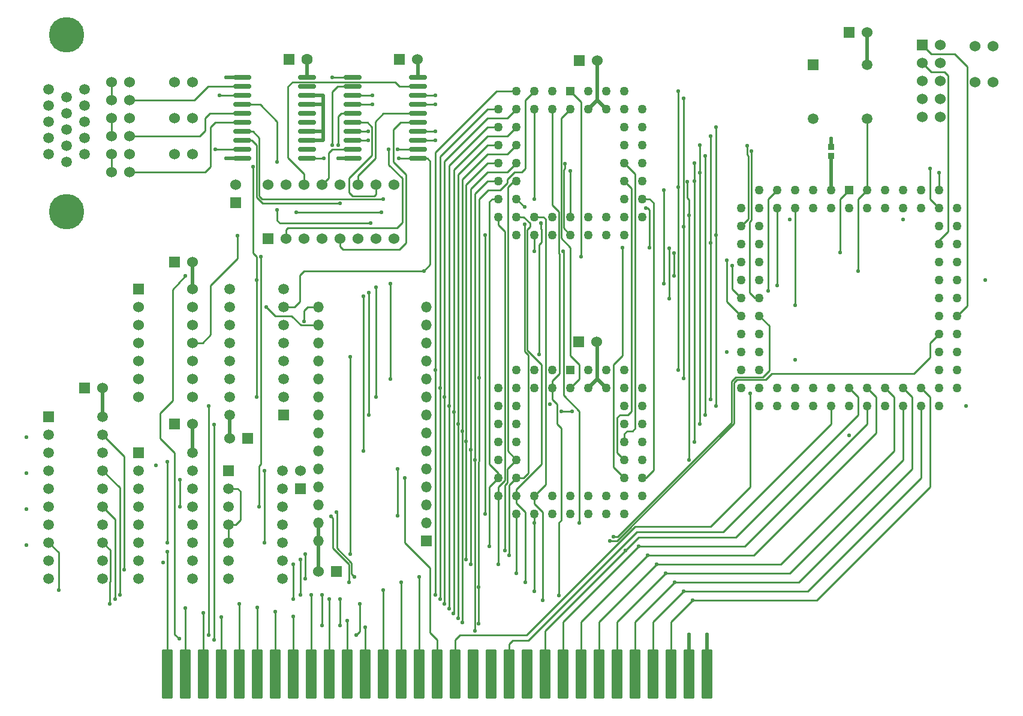
<source format=gtl>
G04 Layer_Physical_Order=1*
G04 Layer_Color=25308*
%FSAX24Y24*%
%MOIN*%
G70*
G01*
G75*
%ADD10R,0.0380X0.0335*%
%ADD11O,0.1024X0.0276*%
G04:AMPARAMS|DCode=12|XSize=60mil|YSize=275mil|CornerRadius=6mil|HoleSize=0mil|Usage=FLASHONLY|Rotation=0.000|XOffset=0mil|YOffset=0mil|HoleType=Round|Shape=RoundedRectangle|*
%AMROUNDEDRECTD12*
21,1,0.0600,0.2630,0,0,0.0*
21,1,0.0480,0.2750,0,0,0.0*
1,1,0.0120,0.0240,-0.1315*
1,1,0.0120,-0.0240,-0.1315*
1,1,0.0120,-0.0240,0.1315*
1,1,0.0120,0.0240,0.1315*
%
%ADD12ROUNDEDRECTD12*%
%ADD13C,0.0100*%
%ADD14C,0.0200*%
%ADD15C,0.0600*%
%ADD16R,0.0600X0.0600*%
%ADD17R,0.0600X0.0600*%
%ADD18C,0.0500*%
%ADD19R,0.0500X0.0500*%
%ADD20O,0.0591X0.0591*%
%ADD21R,0.0591X0.0591*%
%ADD22R,0.0591X0.0591*%
%ADD23C,0.0591*%
%ADD24C,0.0630*%
%ADD25C,0.1969*%
%ADD26C,0.0220*%
D10*
X052000Y039894D02*
D03*
Y040406D02*
D03*
D11*
X025389Y044250D02*
D03*
Y043750D02*
D03*
Y043250D02*
D03*
Y042750D02*
D03*
Y042250D02*
D03*
Y041750D02*
D03*
Y041250D02*
D03*
Y040750D02*
D03*
Y040250D02*
D03*
Y039750D02*
D03*
X029011Y044250D02*
D03*
Y043750D02*
D03*
Y043250D02*
D03*
Y042750D02*
D03*
Y042250D02*
D03*
Y041750D02*
D03*
Y041250D02*
D03*
Y040750D02*
D03*
Y040250D02*
D03*
Y039750D02*
D03*
X019239Y044250D02*
D03*
Y043750D02*
D03*
Y043250D02*
D03*
Y042750D02*
D03*
Y042250D02*
D03*
Y041750D02*
D03*
Y041250D02*
D03*
Y040750D02*
D03*
Y040250D02*
D03*
Y039750D02*
D03*
X022861Y044250D02*
D03*
Y043750D02*
D03*
Y043250D02*
D03*
Y042750D02*
D03*
Y042250D02*
D03*
Y041750D02*
D03*
Y041250D02*
D03*
Y040750D02*
D03*
Y040250D02*
D03*
Y039750D02*
D03*
D12*
X015100Y011100D02*
D03*
X016100D02*
D03*
X017100D02*
D03*
X018100D02*
D03*
X019100D02*
D03*
X020100D02*
D03*
X021100D02*
D03*
X022100D02*
D03*
X023100D02*
D03*
X024100D02*
D03*
X025100D02*
D03*
X026100D02*
D03*
X027100D02*
D03*
X028100D02*
D03*
X029100D02*
D03*
X030100D02*
D03*
X031100D02*
D03*
X032100D02*
D03*
X033100D02*
D03*
X034100D02*
D03*
X035100D02*
D03*
X036100D02*
D03*
X037100D02*
D03*
X038100D02*
D03*
X039100D02*
D03*
X040100D02*
D03*
X041100D02*
D03*
X042100D02*
D03*
X043100D02*
D03*
X044100D02*
D03*
X045100D02*
D03*
D13*
X032190Y013490D02*
Y022990D01*
X032200Y023000D01*
X025790Y013440D02*
Y014990D01*
X025600Y013250D02*
X025790Y013440D01*
X020500Y021500D02*
Y022400D01*
Y018400D02*
Y020300D01*
X036110Y021610D02*
Y036390D01*
X037500Y028800D02*
X038000Y028300D01*
Y027500D02*
Y028300D01*
X037500Y027000D02*
X038000Y027500D01*
X036900Y027800D02*
Y034430D01*
X036500Y027400D02*
X036900Y027800D01*
X036500Y027000D02*
Y027400D01*
X036750Y025000D02*
Y026100D01*
X036500Y026350D02*
X036750Y026100D01*
X036500Y026350D02*
Y027000D01*
X035900Y035100D02*
Y035800D01*
X035850Y035850D02*
X035900Y035800D01*
X035850Y035850D02*
Y036150D01*
X035500Y037500D02*
Y042500D01*
X035850Y036150D02*
X035900Y036100D01*
X035750Y034950D02*
X035900Y035100D01*
X035750Y028850D02*
Y034950D01*
X035100Y029100D02*
X035900Y028300D01*
X011500Y018400D02*
X011905Y017995D01*
Y016227D02*
Y017995D01*
X022900Y031500D02*
X023500D01*
X022700Y031300D02*
X022900Y031500D01*
X022700Y030700D02*
Y031300D01*
X054500Y024500D02*
Y026500D01*
X047700Y017700D02*
X054500Y024500D01*
X041800Y017700D02*
X047700D01*
X054000Y025000D02*
Y026000D01*
X047200Y018200D02*
X054000Y025000D01*
X041300Y018200D02*
X047200D01*
X047500Y021500D02*
Y026700D01*
X045300Y019300D02*
X047500Y021500D01*
X041100Y019300D02*
X045300D01*
X052000Y025000D02*
Y026000D01*
X046000Y019000D02*
X052000Y025000D01*
X041200Y019000D02*
X046000D01*
X053500Y025500D02*
Y026500D01*
X046700Y018700D02*
X053500Y025500D01*
X041300Y018700D02*
X046700D01*
X057500Y021500D02*
Y026500D01*
X051200Y015200D02*
X057500Y021500D01*
X044300Y015200D02*
X051200D01*
X057000Y022000D02*
Y026000D01*
X050700Y015700D02*
X057000Y022000D01*
X043800Y015700D02*
X050700D01*
X056500Y022500D02*
Y026500D01*
X050200Y016200D02*
X056500Y022500D01*
X043300Y016200D02*
X050200D01*
X056000Y023000D02*
Y026000D01*
X049700Y016700D02*
X056000Y023000D01*
X042800Y016700D02*
X049700D01*
X055500Y023500D02*
Y026500D01*
X049200Y017200D02*
X055500Y023500D01*
X042300Y017200D02*
X049200D01*
X035050Y013250D02*
X041100Y019300D01*
X053000Y027000D02*
X053500Y026500D01*
X020500Y020300D02*
Y020400D01*
Y020500D02*
Y021300D01*
Y020400D02*
Y020500D01*
Y021400D02*
Y021500D01*
Y021300D02*
Y021400D01*
X012700Y016900D02*
Y023200D01*
X011500Y024400D02*
X012700Y023200D01*
X012200Y015250D02*
Y019700D01*
X011500Y020400D02*
X012200Y019700D01*
X031350Y013250D02*
X035050D01*
X031100Y013000D02*
X031350Y013250D01*
X034300Y012950D02*
X035150D01*
X034100Y012750D02*
X034300Y012950D01*
X034100Y011100D02*
Y012750D01*
X031100Y011100D02*
Y013000D01*
X030100Y011100D02*
Y013000D01*
X029700Y013400D02*
X030100Y013000D01*
X029700Y013400D02*
Y017000D01*
X035150Y012950D02*
X041200Y019000D01*
X043000Y031950D02*
Y034750D01*
X026000Y023500D02*
Y032100D01*
X026700Y026500D02*
Y032590D01*
X026300Y025500D02*
Y032300D01*
X037000Y019650D02*
Y024750D01*
X036850Y019500D02*
X037000Y019650D01*
X036850Y015450D02*
Y019500D01*
X027100Y011100D02*
Y015750D01*
X035500Y015700D02*
Y019500D01*
X017400Y013250D02*
Y026000D01*
X028300Y018400D02*
Y022000D01*
X017700Y013000D02*
Y024970D01*
X024300Y018100D02*
Y019750D01*
X024193Y019857D02*
X024300Y019750D01*
X024510Y018081D02*
Y020090D01*
X024500Y020100D02*
X024510Y020090D01*
X015500Y013300D02*
Y023400D01*
Y013300D02*
X015750Y013050D01*
X018100Y011100D02*
Y014250D01*
X017100Y011100D02*
Y014500D01*
X016100Y011100D02*
Y014750D01*
X011900Y015000D02*
Y016222D01*
X024700Y013800D02*
Y015250D01*
X023700Y013800D02*
Y015500D01*
X025100Y011100D02*
Y014050D01*
X022100Y011100D02*
Y014300D01*
X021100Y011100D02*
Y014550D01*
X020100Y011100D02*
Y014790D01*
X019100Y011100D02*
Y015000D01*
X024100Y011100D02*
Y015250D01*
X012450Y015500D02*
Y021450D01*
X023100Y011100D02*
Y015500D01*
X032400Y013880D02*
Y022903D01*
X018900Y019400D02*
X019150Y019650D01*
Y021250D01*
X019000Y021400D02*
X019150Y021250D01*
X020200Y020400D02*
Y022650D01*
X020300Y022750D02*
Y034300D01*
X020200Y022650D02*
X020300Y022750D01*
X020341Y037500D02*
X027100D01*
X020200Y037641D02*
X020341Y037500D01*
X020200Y037641D02*
Y040900D01*
X044000Y037550D02*
Y038450D01*
Y037550D02*
X044100Y037450D01*
X043780Y035970D02*
Y043100D01*
X034950Y029024D02*
X035140Y028834D01*
X034950Y029024D02*
Y036100D01*
X033860Y021851D02*
Y035690D01*
X033500Y036050D02*
X033860Y035690D01*
X033500Y036050D02*
Y036500D01*
X037200Y039200D02*
Y039450D01*
X037125Y039125D02*
X037200Y039200D01*
X037125Y035875D02*
Y039125D01*
X041900Y034800D02*
Y036900D01*
Y037500D02*
X042110Y037290D01*
X041700Y022000D02*
X042110Y022410D01*
Y037290D01*
X041800Y037000D02*
X041900Y036900D01*
X041500Y037500D02*
X041900D01*
X041500Y022000D02*
X041700D01*
X052480Y034520D02*
Y037480D01*
X037100Y034600D02*
X037110Y034590D01*
X043250Y033220D02*
Y034500D01*
X020050Y026500D02*
Y033000D01*
Y034300D01*
X027500Y027500D02*
Y032800D01*
X042700D02*
Y038000D01*
X025389Y040750D02*
X026250D01*
X025389Y041250D02*
X026250D01*
X026215Y041750D02*
X026460Y041505D01*
X025200Y038650D02*
X026460Y039910D01*
Y041505D01*
X025389Y042750D02*
X026500D01*
X025389Y043250D02*
X026500D01*
X047000Y036000D02*
X047400Y036400D01*
X047335Y039950D02*
Y040450D01*
Y039950D02*
X047400Y039885D01*
Y036400D02*
Y039885D01*
X037125Y035875D02*
X037500Y035500D01*
X036990Y035310D02*
X037500Y034800D01*
X036990Y035310D02*
Y041990D01*
X036500Y037150D02*
X036855Y036795D01*
X036500Y037150D02*
Y042500D01*
X035250Y035950D02*
Y036150D01*
X034900Y036500D02*
X035250Y036150D01*
X034500Y036500D02*
X034900D01*
X035100Y035800D02*
X035250Y035950D01*
X035140Y022240D02*
Y028834D01*
X035100Y029100D02*
Y035800D01*
X050000Y031600D02*
Y037000D01*
X049000Y032700D02*
Y037000D01*
X040650Y024600D02*
X040950D01*
X040500Y024450D02*
X040650Y024600D01*
X040500Y024000D02*
Y024450D01*
X040950Y024600D02*
X041100Y024750D01*
X040250Y025500D02*
X040700D01*
X040900Y025700D01*
X040100Y025350D02*
X040250Y025500D01*
X040100Y023400D02*
Y025350D01*
Y023400D02*
X040500Y023000D01*
X029011Y041250D02*
X030000D01*
X031490Y024600D02*
Y038590D01*
Y013950D02*
Y024600D01*
X021350Y036150D02*
X026400D01*
X021200Y039550D02*
Y041800D01*
X020400Y037250D02*
X024700D01*
X021200Y036300D02*
Y036900D01*
Y036300D02*
X021350Y036150D01*
X025200Y037850D02*
Y038650D01*
Y037850D02*
X025400Y037650D01*
X024600Y040500D02*
Y042100D01*
X024750Y042250D01*
X025389D01*
X021800Y035900D02*
X027850D01*
X022250Y036750D02*
X027000D01*
X045300Y035050D02*
Y041000D01*
Y026350D02*
Y035050D01*
X045000Y025500D02*
Y039900D01*
X044700Y025000D02*
Y038950D01*
X044400Y024000D02*
Y039500D01*
X044100Y023000D02*
Y036600D01*
X043780Y027520D02*
Y035950D01*
X043500Y028000D02*
Y038150D01*
X031010Y039110D02*
X032900Y041000D01*
X031010Y025640D02*
Y039110D01*
X034500Y021350D02*
X035900Y022750D01*
X034500Y021000D02*
Y021350D01*
X035900Y022750D02*
Y028300D01*
X029700Y033850D02*
Y039600D01*
X029350Y033500D02*
X029700Y033850D01*
X022700Y033500D02*
X029350D01*
X045600Y035500D02*
Y041500D01*
Y026000D02*
Y035500D01*
X057050Y045050D02*
X057550Y044550D01*
X058300D01*
X058500Y044350D01*
Y035700D02*
Y044350D01*
X047560Y036334D02*
Y040140D01*
X047550Y040150D02*
X047560Y040140D01*
X054000Y038000D02*
Y041950D01*
X043500Y038150D02*
Y043500D01*
X043100Y014000D02*
X044300Y015200D01*
X035000Y016200D02*
Y020100D01*
X034500Y016700D02*
Y020000D01*
X033500Y017200D02*
Y021000D01*
X040550Y017950D02*
X041300Y018700D01*
X036100Y013500D02*
X040550Y017950D01*
X034100Y017700D02*
Y021600D01*
X033000Y018200D02*
Y021500D01*
X037100Y014000D02*
X041300Y018200D01*
X037100Y011100D02*
Y014000D01*
X038100D02*
X041800Y017700D01*
X038100Y011100D02*
Y014000D01*
X039100D02*
X042300Y017200D01*
X039100Y011100D02*
Y014000D01*
X040100D02*
X042800Y016700D01*
X040100Y011100D02*
Y014000D01*
X041100D02*
X043300Y016200D01*
X041100Y011100D02*
Y014000D01*
X042100D02*
X043800Y015700D01*
X042100Y011100D02*
Y014000D01*
X043100Y011100D02*
Y014000D01*
X035950Y015200D02*
Y020100D01*
X021550Y031500D02*
X022150D01*
X022450Y031800D01*
Y033250D01*
X022700Y033500D01*
X029550Y039750D02*
X029700Y039600D01*
X029011Y039750D02*
X029550D01*
X027950D02*
X029011D01*
X022861D02*
X023800D01*
X041100Y024750D02*
Y038900D01*
X040400Y028800D02*
Y034800D01*
X037500Y028800D02*
Y034800D01*
X048500Y032400D02*
Y037500D01*
X049000Y038000D01*
X046200Y031800D02*
Y034100D01*
Y031800D02*
X047000Y031000D01*
X046500Y032500D02*
Y033800D01*
Y032500D02*
X047000Y032000D01*
X048000Y031000D02*
X048550Y030450D01*
X059550Y031550D02*
Y044850D01*
X059000Y031000D02*
X059550Y031550D01*
X058850Y045550D02*
X059550Y044850D01*
X057550Y045550D02*
X058850D01*
X057050Y046050D02*
X057550Y045550D01*
X058000Y035000D02*
Y035200D01*
X058500Y035700D01*
X047450Y036224D02*
X047560Y036334D01*
X047450Y032300D02*
Y036224D01*
Y032300D02*
X047750Y032000D01*
X048000D01*
X032410Y022913D02*
Y027550D01*
X032400Y022903D02*
X032410Y022913D01*
X014700Y024200D02*
X015500Y023400D01*
X014700Y024200D02*
Y025600D01*
X015400Y026300D01*
Y032450D01*
X015800Y020400D02*
Y021900D01*
X015100Y018400D02*
Y022900D01*
X028100Y011100D02*
Y016200D01*
X025200D02*
Y017200D01*
X024300Y018100D02*
X025200Y017200D01*
X018500Y019400D02*
X018900D01*
X018500Y021400D02*
X019000D01*
X018500Y018400D02*
Y019400D01*
X015100Y011100D02*
Y017900D01*
X011900Y016222D02*
X011905Y016227D01*
X026100Y011100D02*
Y013700D01*
X015400Y032450D02*
X016100Y033220D01*
X052480Y037480D02*
X053000Y038000D01*
X055000Y027000D02*
X055500Y026500D01*
X056000Y027000D02*
X056500Y026500D01*
X057000Y027000D02*
X057500Y026500D01*
X030500Y015000D02*
Y026500D01*
X030250Y015250D02*
Y027000D01*
X030000Y015500D02*
Y028000D01*
X031250Y014200D02*
Y025000D01*
X033000Y021500D02*
X033500Y022000D01*
X012000Y043000D02*
Y044000D01*
Y041000D02*
Y042000D01*
Y039000D02*
Y040000D01*
X034350Y038500D02*
X034500D01*
X034000Y022500D02*
X034500Y023000D01*
X035500Y034600D02*
Y035500D01*
X038000Y019500D02*
Y025700D01*
X033500Y022000D02*
Y022250D01*
X033150Y037500D02*
X033500D01*
X034020Y023480D02*
X034500Y023000D01*
Y022000D02*
X034900D01*
X035140Y022240D01*
X034500Y037500D02*
X034950Y037050D01*
X033500Y021000D02*
Y021491D01*
X034100Y021600D02*
X034500Y022000D01*
X033500Y021491D02*
X033860Y021851D01*
X033000Y022750D02*
X033500Y022250D01*
X033000Y022750D02*
Y037350D01*
X033150Y037500D01*
X032750Y020000D02*
Y035500D01*
X044700Y038950D02*
Y040500D01*
X058000Y038000D02*
Y038950D01*
X057500Y037500D02*
Y039200D01*
Y037500D02*
X058000Y037000D01*
X040500Y039500D02*
X041100Y038900D01*
X040500Y038500D02*
X040900Y038100D01*
X039900Y022600D02*
X040500Y022000D01*
X035500Y036500D02*
X036000D01*
X036110Y036390D01*
X035500Y021000D02*
X036110Y021610D01*
X039900Y022600D02*
Y028300D01*
X040400Y028800D01*
X054000Y027000D02*
X054500Y026500D01*
X057500Y029500D02*
X058000Y030000D01*
X057500Y028700D02*
Y029500D01*
X056600Y027800D02*
X057500Y028700D01*
X028300Y018400D02*
X029700Y017000D01*
X035500Y019500D02*
Y020000D01*
X027900Y019900D02*
Y022500D01*
X037000Y025700D02*
X037600D01*
X040088Y018500D02*
X046600Y025012D01*
Y027300D01*
X040107Y018710D02*
X046465Y025068D01*
Y027356D01*
X048550Y027950D02*
Y030450D01*
X039900Y018710D02*
X040107D01*
X033850Y021576D02*
X034000Y021726D01*
Y022500D01*
X034500Y020600D02*
Y021000D01*
Y020600D02*
X035000Y020100D01*
X035500Y020550D02*
Y021000D01*
Y020550D02*
X035950Y020100D01*
X037500Y043500D02*
X038100Y042900D01*
X040900Y025700D02*
Y038100D01*
X022710Y016440D02*
X022750Y016400D01*
X036100Y011100D02*
Y013500D01*
X009050Y015750D02*
Y017850D01*
X008500Y018400D02*
X009050Y017850D01*
X025335Y016665D02*
X025500Y016500D01*
X025335Y016665D02*
Y017256D01*
X024510Y018081D02*
X025335Y017256D01*
X025250Y017750D02*
Y028710D01*
X034000Y039000D02*
X034500Y039500D01*
X034000Y040000D02*
X034500Y040500D01*
X034000Y041000D02*
X034500Y041500D01*
X034000Y042000D02*
X034500Y042500D01*
X030250Y027000D02*
Y039850D01*
X032900Y042500D01*
X033500D01*
X030000Y028000D02*
Y040100D01*
X033400Y043500D02*
X034500D01*
X030500Y026500D02*
Y039600D01*
X032900Y042000D01*
X034000D01*
X030750Y026000D02*
Y039350D01*
X032900Y041500D01*
X033500D01*
X032900Y041000D02*
X034000D01*
X031250Y025000D02*
Y038850D01*
X032900Y040500D01*
X033500D01*
X031490Y038590D02*
X032900Y040000D01*
X034000D01*
X032200Y023000D02*
Y037800D01*
X032900Y038500D01*
X033500D01*
X031950Y023550D02*
Y038050D01*
X032900Y039000D01*
X034000D01*
X035000Y039200D02*
Y043000D01*
X035500Y043500D01*
X032410Y037500D02*
X032910Y038000D01*
X033600D01*
X034000Y038400D01*
X032410Y027550D02*
Y037500D01*
X034000Y038400D02*
Y038600D01*
X034800Y039000D02*
X035000Y039200D01*
X034000Y038600D02*
X034400Y039000D01*
X034800D01*
X041700Y037000D02*
X041800D01*
X039700Y018500D02*
X040088D01*
X038100Y034300D02*
Y042900D01*
X023490Y030490D02*
X023500Y030500D01*
X022510Y030490D02*
X023490D01*
X022000Y031000D02*
X022510Y030490D01*
X021100Y031000D02*
X022000D01*
X013000Y043000D02*
X016600D01*
X017350Y043750D01*
X016900Y041000D02*
X017200Y041300D01*
X013000Y041000D02*
X016900D01*
X013000Y039000D02*
X017200D01*
X017500Y039300D01*
Y041500D02*
X017750Y041750D01*
X017500Y039300D02*
Y041500D01*
X017350Y043750D02*
X019239D01*
X017750Y040250D02*
X019239D01*
X017750Y041750D02*
X019239D01*
X030000Y040100D02*
X033400Y043500D01*
X029011Y040750D02*
X030000D01*
X029011Y042750D02*
X030000D01*
X029011Y043250D02*
X030000D01*
X037500Y036500D02*
Y039050D01*
X036990Y041990D02*
X037500Y042500D01*
X019239Y040750D02*
X019800D01*
X020250Y042750D02*
X021200Y041800D01*
X019239Y042750D02*
X020250D01*
X016500Y029500D02*
X017050D01*
X017500Y029950D01*
Y032700D01*
X024250Y044250D02*
X025389D01*
X053500Y033500D02*
Y037500D01*
X054000Y038000D01*
X018000Y043250D02*
X019239D01*
X044100Y036600D02*
Y037450D01*
X019000Y034200D02*
Y035450D01*
X017500Y032700D02*
X019000Y034200D01*
X019800Y040750D02*
X020060Y040490D01*
X020600Y031500D02*
X021100Y031000D01*
X034020Y023480D02*
Y038170D01*
X034350Y038500D01*
X019850Y034500D02*
X020050Y034300D01*
X020060Y037590D02*
X020400Y037250D01*
X020060Y037590D02*
Y040490D01*
X046600Y027300D02*
X046750Y027450D01*
X046465Y027356D02*
X046694Y027585D01*
X048185D01*
X048550Y027950D01*
X046750Y027450D02*
X048350D01*
X048700Y027800D01*
X056600D01*
X023700Y038300D02*
X024050Y038650D01*
Y040050D01*
X024250Y040250D01*
X025389D01*
X022700Y038300D02*
Y038900D01*
X021800Y039800D02*
X022700Y038900D01*
X021800Y043750D02*
X022050Y044000D01*
X027750D01*
X028000Y043750D01*
X029011D01*
X021800Y039800D02*
Y043750D01*
X025700Y038300D02*
Y038800D01*
X026700Y037750D02*
Y038300D01*
X026600Y037650D02*
X026700Y037750D01*
X025389Y041750D02*
X026215D01*
X025700Y038800D02*
X026650Y039750D01*
X025400Y037650D02*
X026600D01*
X028000Y034700D02*
X028350Y035050D01*
Y038850D01*
X027650Y039550D02*
X028350Y038850D01*
X027650Y039550D02*
Y041350D01*
X028050Y041750D01*
X029011D01*
X027100Y042250D02*
X029011D01*
X026650Y041800D02*
X027100Y042250D01*
X026650Y039750D02*
Y041800D01*
X024700Y034850D02*
X024850Y034700D01*
X024700Y034850D02*
Y035300D01*
X024850Y034700D02*
X028000D01*
X024250Y040500D02*
Y043450D01*
X024550Y043750D01*
X025389D01*
X021700Y035300D02*
Y035800D01*
X027850Y035900D02*
X028150Y036200D01*
X027400Y039400D02*
X028150Y038650D01*
X027400Y039400D02*
Y040250D01*
X027900D02*
X029011D01*
X028150Y036200D02*
Y038650D01*
X021700Y035800D02*
X021800Y035900D01*
X019239Y041250D02*
X019850D01*
X020200Y040900D01*
X017200Y041300D02*
Y042000D01*
X017450Y042250D01*
X019239D01*
X033850Y017950D02*
Y021576D01*
X037110Y026590D02*
Y034590D01*
Y026590D02*
X038000Y025700D01*
X031010Y014460D02*
Y025640D01*
X019850Y034500D02*
Y039300D01*
X022750Y016400D02*
Y017750D01*
X022500Y015500D02*
Y017450D01*
X031950Y017200D02*
Y023550D01*
X022100Y015250D02*
Y017200D01*
X032900Y039500D02*
X033500D01*
X031700Y017450D02*
Y024010D01*
Y038300D01*
X032900Y039500D01*
X036855Y034475D02*
Y036795D01*
Y034475D02*
X036900Y034430D01*
X030750Y014710D02*
Y026000D01*
X029100Y011100D02*
Y016500D01*
X011500Y022400D02*
X012450Y021450D01*
X036750Y025000D02*
X037000Y024750D01*
D14*
X029000Y045250D02*
X029011Y045239D01*
Y044250D02*
Y045239D01*
X022850Y044261D02*
X022861Y044250D01*
X022850Y044261D02*
Y045250D01*
X052000Y038000D02*
Y039894D01*
X044100Y012900D02*
Y013300D01*
X045100Y011100D02*
Y012900D01*
X044100Y011100D02*
Y012900D01*
X022861Y040750D02*
X023750D01*
Y041250D01*
Y042000D01*
X022861Y041250D02*
X023750D01*
Y042000D02*
Y042750D01*
X052000Y040406D02*
Y040850D01*
X016500Y032500D02*
Y034000D01*
Y023400D02*
Y025000D01*
X011500Y025400D02*
Y027000D01*
X023500Y018500D02*
Y019500D01*
Y016800D02*
Y018500D01*
X054000Y044950D02*
Y046750D01*
X039000Y043000D02*
X039500Y042500D01*
X038500D02*
X039000Y043000D01*
Y045200D01*
Y027500D02*
X039500Y027000D01*
X038950Y029550D02*
X039000Y029500D01*
Y027500D02*
Y029500D01*
X038500Y027000D02*
X039000Y027500D01*
X018550Y024200D02*
Y025500D01*
X022861Y043250D02*
X023750D01*
X022861Y042750D02*
X023750D01*
Y043250D01*
X018350Y039750D02*
X019239D01*
X024600D02*
X025389D01*
X018350Y044250D02*
X019239D01*
X045100Y012900D02*
Y013300D01*
D15*
X058050Y042050D02*
D03*
X057050D02*
D03*
X058050Y043050D02*
D03*
X057050D02*
D03*
X058050Y044050D02*
D03*
X057050D02*
D03*
X058050Y045050D02*
D03*
X057050D02*
D03*
X058050Y046050D02*
D03*
X011500Y027000D02*
D03*
X016500Y034000D02*
D03*
X022500Y022400D02*
D03*
X023500Y016800D02*
D03*
X029000Y045250D02*
D03*
X039000Y045200D02*
D03*
X016500Y044000D02*
D03*
X015500D02*
D03*
X016500Y042000D02*
D03*
X015500D02*
D03*
X016500Y040000D02*
D03*
X015500D02*
D03*
X054000Y046750D02*
D03*
X038950Y029550D02*
D03*
X061000Y044000D02*
D03*
X060000D02*
D03*
X061000Y046000D02*
D03*
X060000D02*
D03*
X013000Y044000D02*
D03*
X012000D02*
D03*
X013000Y043000D02*
D03*
X012000D02*
D03*
X013000Y042000D02*
D03*
X012000D02*
D03*
X013000Y041000D02*
D03*
X012000D02*
D03*
X013000Y040000D02*
D03*
X012000D02*
D03*
X013000Y039000D02*
D03*
X012000D02*
D03*
X013500Y031500D02*
D03*
Y030500D02*
D03*
Y029500D02*
D03*
Y028500D02*
D03*
Y027500D02*
D03*
Y026500D02*
D03*
X016500Y032500D02*
D03*
Y031500D02*
D03*
Y030500D02*
D03*
Y029500D02*
D03*
Y028500D02*
D03*
Y027500D02*
D03*
Y026500D02*
D03*
Y025000D02*
D03*
X018550Y024200D02*
D03*
X020700Y038300D02*
D03*
X021700D02*
D03*
Y035300D02*
D03*
X022700D02*
D03*
X023700D02*
D03*
X024700D02*
D03*
X025700D02*
D03*
X026700D02*
D03*
X022700Y038300D02*
D03*
X023700D02*
D03*
X024700D02*
D03*
X025700D02*
D03*
X026700D02*
D03*
X027700D02*
D03*
Y035300D02*
D03*
X018900Y038300D02*
D03*
D16*
X057050Y046050D02*
D03*
X022500Y021400D02*
D03*
X020700Y035300D02*
D03*
X018900Y037300D02*
D03*
D17*
X010500Y027000D02*
D03*
X015500Y034000D02*
D03*
X024500Y016800D02*
D03*
X028000Y045250D02*
D03*
X038000Y045200D02*
D03*
X021850Y045250D02*
D03*
X053000Y046750D02*
D03*
X037950Y029550D02*
D03*
X013500Y032500D02*
D03*
X015500Y025000D02*
D03*
X019550Y024200D02*
D03*
D18*
X038500Y042500D02*
D03*
Y043500D02*
D03*
X039500Y042500D02*
D03*
Y043500D02*
D03*
X040500Y042500D02*
D03*
Y043500D02*
D03*
X041500Y042500D02*
D03*
X040500Y041500D02*
D03*
X041500D02*
D03*
X040500Y040500D02*
D03*
X041500D02*
D03*
X040500Y039500D02*
D03*
X041500D02*
D03*
X040500Y038500D02*
D03*
X041500D02*
D03*
X040500Y037500D02*
D03*
X041500D02*
D03*
X040500Y036500D02*
D03*
X041500D02*
D03*
X040500Y035500D02*
D03*
X039500Y036500D02*
D03*
Y035500D02*
D03*
X038500Y036500D02*
D03*
Y035500D02*
D03*
X037500Y036500D02*
D03*
Y035500D02*
D03*
X036500Y036500D02*
D03*
Y035500D02*
D03*
X035500Y036500D02*
D03*
Y035500D02*
D03*
X034500Y036500D02*
D03*
Y035500D02*
D03*
X033500Y036500D02*
D03*
X034500Y037500D02*
D03*
X033500D02*
D03*
X034500Y038500D02*
D03*
X033500D02*
D03*
X034500Y039500D02*
D03*
X033500D02*
D03*
X034500Y040500D02*
D03*
X033500D02*
D03*
X034500Y041500D02*
D03*
X033500D02*
D03*
X034500Y042500D02*
D03*
X033500D02*
D03*
X034500Y043500D02*
D03*
X035500Y042500D02*
D03*
Y043500D02*
D03*
X036500Y042500D02*
D03*
Y043500D02*
D03*
X037500Y042500D02*
D03*
X038500Y027000D02*
D03*
Y028000D02*
D03*
X039500Y027000D02*
D03*
Y028000D02*
D03*
X040500Y027000D02*
D03*
Y028000D02*
D03*
X041500Y027000D02*
D03*
X040500Y026000D02*
D03*
X041500D02*
D03*
X040500Y025000D02*
D03*
X041500D02*
D03*
X040500Y024000D02*
D03*
X041500D02*
D03*
X040500Y023000D02*
D03*
X041500D02*
D03*
X040500Y022000D02*
D03*
X041500D02*
D03*
X040500Y021000D02*
D03*
X041500D02*
D03*
X040500Y020000D02*
D03*
X039500Y021000D02*
D03*
Y020000D02*
D03*
X038500Y021000D02*
D03*
Y020000D02*
D03*
X037500Y021000D02*
D03*
Y020000D02*
D03*
X036500Y021000D02*
D03*
Y020000D02*
D03*
X035500Y021000D02*
D03*
Y020000D02*
D03*
X034500Y021000D02*
D03*
Y020000D02*
D03*
X033500Y021000D02*
D03*
X034500Y022000D02*
D03*
X033500D02*
D03*
X034500Y023000D02*
D03*
X033500D02*
D03*
X034500Y024000D02*
D03*
X033500D02*
D03*
X034500Y025000D02*
D03*
X033500D02*
D03*
X034500Y026000D02*
D03*
X033500D02*
D03*
X034500Y027000D02*
D03*
X033500D02*
D03*
X034500Y028000D02*
D03*
X035500Y027000D02*
D03*
Y028000D02*
D03*
X036500Y027000D02*
D03*
Y028000D02*
D03*
X037500Y027000D02*
D03*
X054000Y037000D02*
D03*
Y038000D02*
D03*
X055000Y037000D02*
D03*
Y038000D02*
D03*
X056000Y037000D02*
D03*
Y038000D02*
D03*
X057000Y037000D02*
D03*
Y038000D02*
D03*
X058000Y037000D02*
D03*
Y038000D02*
D03*
X059000Y037000D02*
D03*
X058000Y036000D02*
D03*
X059000D02*
D03*
X058000Y035000D02*
D03*
X059000D02*
D03*
X058000Y034000D02*
D03*
X059000D02*
D03*
X058000Y033000D02*
D03*
X059000D02*
D03*
X058000Y032000D02*
D03*
X059000D02*
D03*
X058000Y031000D02*
D03*
X059000D02*
D03*
X058000Y030000D02*
D03*
X059000D02*
D03*
X058000Y029000D02*
D03*
X059000D02*
D03*
X058000Y028000D02*
D03*
X059000D02*
D03*
X058000Y027000D02*
D03*
X059000D02*
D03*
X058000Y026000D02*
D03*
X057000Y027000D02*
D03*
Y026000D02*
D03*
X056000Y027000D02*
D03*
Y026000D02*
D03*
X055000Y027000D02*
D03*
Y026000D02*
D03*
X054000Y027000D02*
D03*
Y026000D02*
D03*
X053000Y027000D02*
D03*
Y026000D02*
D03*
X052000Y027000D02*
D03*
Y026000D02*
D03*
X051000Y027000D02*
D03*
Y026000D02*
D03*
X050000Y027000D02*
D03*
Y026000D02*
D03*
X049000Y027000D02*
D03*
Y026000D02*
D03*
X048000Y027000D02*
D03*
Y026000D02*
D03*
X047000Y027000D02*
D03*
X048000Y028000D02*
D03*
X047000D02*
D03*
X048000Y029000D02*
D03*
X047000D02*
D03*
X048000Y030000D02*
D03*
X047000D02*
D03*
X048000Y031000D02*
D03*
X047000D02*
D03*
X048000Y032000D02*
D03*
X047000D02*
D03*
X048000Y033000D02*
D03*
X047000D02*
D03*
X048000Y034000D02*
D03*
X047000D02*
D03*
X048000Y035000D02*
D03*
X047000D02*
D03*
X048000Y036000D02*
D03*
X047000D02*
D03*
X048000Y037000D02*
D03*
X047000D02*
D03*
X048000Y038000D02*
D03*
X049000Y037000D02*
D03*
Y038000D02*
D03*
X050000Y037000D02*
D03*
Y038000D02*
D03*
X051000Y037000D02*
D03*
Y038000D02*
D03*
X052000Y037000D02*
D03*
Y038000D02*
D03*
X053000Y037000D02*
D03*
D19*
X037500Y043500D02*
D03*
Y028000D02*
D03*
X053000Y038000D02*
D03*
D20*
X023500Y031500D02*
D03*
Y030500D02*
D03*
Y029500D02*
D03*
Y028500D02*
D03*
Y027500D02*
D03*
Y026500D02*
D03*
Y025500D02*
D03*
Y024500D02*
D03*
Y023500D02*
D03*
Y022500D02*
D03*
Y021500D02*
D03*
Y020500D02*
D03*
Y019500D02*
D03*
Y018500D02*
D03*
X029500Y031500D02*
D03*
Y030500D02*
D03*
Y029500D02*
D03*
Y028500D02*
D03*
Y027500D02*
D03*
Y026500D02*
D03*
Y025500D02*
D03*
Y024500D02*
D03*
Y023500D02*
D03*
Y022500D02*
D03*
Y021500D02*
D03*
Y020500D02*
D03*
Y019500D02*
D03*
D21*
Y018500D02*
D03*
D22*
X008500Y025400D02*
D03*
X013500Y023400D02*
D03*
X018500Y022400D02*
D03*
X021550Y025500D02*
D03*
X051000Y044950D02*
D03*
D23*
X008500Y024400D02*
D03*
Y023400D02*
D03*
Y022400D02*
D03*
Y021400D02*
D03*
Y020400D02*
D03*
Y019400D02*
D03*
Y018400D02*
D03*
Y017400D02*
D03*
Y016400D02*
D03*
X011500Y025400D02*
D03*
Y024400D02*
D03*
Y023400D02*
D03*
Y022400D02*
D03*
Y021400D02*
D03*
Y020400D02*
D03*
Y019400D02*
D03*
Y018400D02*
D03*
Y017400D02*
D03*
Y016400D02*
D03*
X013500Y022400D02*
D03*
Y021400D02*
D03*
Y020400D02*
D03*
Y019400D02*
D03*
Y018400D02*
D03*
Y017400D02*
D03*
Y016400D02*
D03*
X016500Y023400D02*
D03*
Y022400D02*
D03*
Y021400D02*
D03*
Y020400D02*
D03*
Y019400D02*
D03*
Y018400D02*
D03*
Y017400D02*
D03*
Y016400D02*
D03*
X018500Y021400D02*
D03*
Y020400D02*
D03*
Y019400D02*
D03*
Y018400D02*
D03*
Y017400D02*
D03*
Y016400D02*
D03*
X021500Y022400D02*
D03*
Y021400D02*
D03*
Y020400D02*
D03*
Y019400D02*
D03*
Y018400D02*
D03*
Y017400D02*
D03*
Y016400D02*
D03*
X009500Y043149D02*
D03*
Y039551D02*
D03*
Y040451D02*
D03*
Y041350D02*
D03*
Y042250D02*
D03*
X010500Y043599D02*
D03*
Y042700D02*
D03*
Y041800D02*
D03*
Y040900D02*
D03*
Y040001D02*
D03*
X008500Y043599D02*
D03*
Y042700D02*
D03*
Y041800D02*
D03*
Y040900D02*
D03*
Y040001D02*
D03*
X018550Y032500D02*
D03*
Y031500D02*
D03*
Y030500D02*
D03*
Y029500D02*
D03*
Y028500D02*
D03*
Y027500D02*
D03*
Y026500D02*
D03*
Y025500D02*
D03*
X021550Y032500D02*
D03*
Y031500D02*
D03*
Y030500D02*
D03*
Y029500D02*
D03*
Y028500D02*
D03*
Y027500D02*
D03*
Y026500D02*
D03*
X051000Y041950D02*
D03*
X054000Y044950D02*
D03*
Y041950D02*
D03*
D24*
X022850Y045250D02*
D03*
D25*
X009500Y046623D02*
D03*
Y036776D02*
D03*
D26*
X032400Y015930D02*
D03*
X025790Y014990D02*
D03*
X020500Y022400D02*
D03*
Y018400D02*
D03*
X036350Y026100D02*
D03*
X035500Y037500D02*
D03*
X035850Y036150D02*
D03*
X035750Y028850D02*
D03*
X034950Y037050D02*
D03*
X007250Y022250D02*
D03*
X014850Y017300D02*
D03*
X014450Y022700D02*
D03*
X007250Y024250D02*
D03*
Y020250D02*
D03*
Y018250D02*
D03*
X043000Y031950D02*
D03*
X026000Y032100D02*
D03*
Y023500D02*
D03*
X026700Y032590D02*
D03*
X026300Y032300D02*
D03*
X027100Y015750D02*
D03*
X036850Y015450D02*
D03*
X035500Y015700D02*
D03*
X017400Y013250D02*
D03*
X012700Y016900D02*
D03*
X028300Y022000D02*
D03*
X017700Y013000D02*
D03*
X024193Y019857D02*
D03*
X024500Y020100D02*
D03*
X015750Y013050D02*
D03*
X018100Y014250D02*
D03*
X017100Y014500D02*
D03*
X016100Y014750D02*
D03*
X011900Y015000D02*
D03*
X025600Y013250D02*
D03*
X024700Y013800D02*
D03*
X023700D02*
D03*
X025100Y014050D02*
D03*
X022100Y014300D02*
D03*
X021100Y014550D02*
D03*
X020100Y014790D02*
D03*
X019100Y015000D02*
D03*
X022100Y015250D02*
D03*
X024100D02*
D03*
X012200D02*
D03*
X022500Y015500D02*
D03*
X012450D02*
D03*
X023100D02*
D03*
X020200Y020400D02*
D03*
X044000Y038450D02*
D03*
X041900Y034800D02*
D03*
X052480Y034520D02*
D03*
X037100Y034600D02*
D03*
X043250Y033220D02*
D03*
X020050Y033000D02*
D03*
X027500Y032800D02*
D03*
X042700D02*
D03*
X044100Y013300D02*
D03*
Y012900D02*
D03*
X032400Y013880D02*
D03*
X026250Y040750D02*
D03*
Y041250D02*
D03*
X026500Y042750D02*
D03*
Y043250D02*
D03*
X050000Y031600D02*
D03*
X030000Y041250D02*
D03*
X031490Y024600D02*
D03*
X031950Y023550D02*
D03*
X021200Y039550D02*
D03*
Y036900D02*
D03*
X024600Y040500D02*
D03*
X043000Y034750D02*
D03*
X045300Y035050D02*
D03*
X022700Y030700D02*
D03*
X029350Y033500D02*
D03*
X045600Y035500D02*
D03*
X045300Y041000D02*
D03*
Y026350D02*
D03*
X047335Y040450D02*
D03*
X047550Y040150D02*
D03*
X043780Y027520D02*
D03*
Y035950D02*
D03*
Y043100D02*
D03*
X035950Y015200D02*
D03*
X044300D02*
D03*
X043800Y015700D02*
D03*
X035000Y016200D02*
D03*
X043300D02*
D03*
X034500Y016700D02*
D03*
X042800D02*
D03*
X033500Y017200D02*
D03*
X042300D02*
D03*
X033850Y017950D02*
D03*
X040550D02*
D03*
X034100Y017700D02*
D03*
X041800D02*
D03*
X033000Y018200D02*
D03*
X041300D02*
D03*
X043500Y038150D02*
D03*
X044400Y038500D02*
D03*
X027950Y039750D02*
D03*
X023800D02*
D03*
X024700Y037250D02*
D03*
X027500Y027500D02*
D03*
X042700Y038000D02*
D03*
X049000Y032700D02*
D03*
X048500Y032400D02*
D03*
X026700Y026500D02*
D03*
X026300Y025500D02*
D03*
X046200Y034100D02*
D03*
X046500Y033800D02*
D03*
X022750Y016400D02*
D03*
X032410Y027550D02*
D03*
X032200Y023000D02*
D03*
X015800Y020400D02*
D03*
Y021900D02*
D03*
X015100Y022900D02*
D03*
Y018400D02*
D03*
X028100Y016200D02*
D03*
X025500Y016500D02*
D03*
X025200Y016200D02*
D03*
X015100Y017900D02*
D03*
X026100Y013700D02*
D03*
X049700Y036350D02*
D03*
X053000Y024350D02*
D03*
X046200Y029000D02*
D03*
X050000Y028550D02*
D03*
X059500Y026000D02*
D03*
X060550Y033000D02*
D03*
X052000Y040850D02*
D03*
X056000Y036350D02*
D03*
X016100Y033220D02*
D03*
X043250Y034500D02*
D03*
X030000Y028000D02*
D03*
Y015500D02*
D03*
X023700D02*
D03*
X030250Y027000D02*
D03*
Y015250D02*
D03*
X030500Y026500D02*
D03*
Y015000D02*
D03*
X031000Y014450D02*
D03*
X030750Y026000D02*
D03*
X031250Y025000D02*
D03*
Y014200D02*
D03*
X035500Y034600D02*
D03*
X038000Y019500D02*
D03*
X032750Y035500D02*
D03*
Y020000D02*
D03*
X031010Y025640D02*
D03*
X044400Y039500D02*
D03*
X044100Y036600D02*
D03*
X044700Y040500D02*
D03*
Y038950D02*
D03*
X058000D02*
D03*
X057500Y039200D02*
D03*
X045600Y041500D02*
D03*
Y026000D02*
D03*
X045000Y025500D02*
D03*
X044700Y025000D02*
D03*
X044400Y024000D02*
D03*
X044100Y023000D02*
D03*
X043500Y043500D02*
D03*
Y028000D02*
D03*
X040400Y034800D02*
D03*
X047500Y026700D02*
D03*
X035500Y019500D02*
D03*
X027900Y022500D02*
D03*
Y019900D02*
D03*
X037000Y025700D02*
D03*
X037600D02*
D03*
X039900Y018710D02*
D03*
X009050Y015750D02*
D03*
X025250Y017750D02*
D03*
X041700Y037000D02*
D03*
X045000Y039900D02*
D03*
X039700Y018500D02*
D03*
X034950Y036100D02*
D03*
X038100Y034300D02*
D03*
X020300D02*
D03*
X017400Y026000D02*
D03*
X017750Y040250D02*
D03*
X030000Y040750D02*
D03*
Y042750D02*
D03*
Y043250D02*
D03*
X037500Y039050D02*
D03*
X037200Y039450D02*
D03*
X027100Y037500D02*
D03*
X026400Y036150D02*
D03*
X020050Y026500D02*
D03*
X024250Y044250D02*
D03*
X022250Y036750D02*
D03*
X027000D02*
D03*
X053500Y033500D02*
D03*
X023750Y042000D02*
D03*
X018000Y043250D02*
D03*
X018350Y039750D02*
D03*
X024600D02*
D03*
X018350Y044250D02*
D03*
X019000Y035450D02*
D03*
X019850Y039300D02*
D03*
X020600Y031500D02*
D03*
X024250Y040500D02*
D03*
X027400Y040250D02*
D03*
X027900D02*
D03*
X045100Y012900D02*
D03*
Y013300D02*
D03*
X024700Y015250D02*
D03*
X022750Y017750D02*
D03*
X022500Y017450D02*
D03*
X022100Y017200D02*
D03*
X031950D02*
D03*
X031700Y024010D02*
D03*
Y017450D02*
D03*
X032190Y013490D02*
D03*
X031490Y013950D02*
D03*
X030750Y014710D02*
D03*
X029100Y016500D02*
D03*
X017700Y024970D02*
D03*
X025250Y028710D02*
D03*
M02*

</source>
